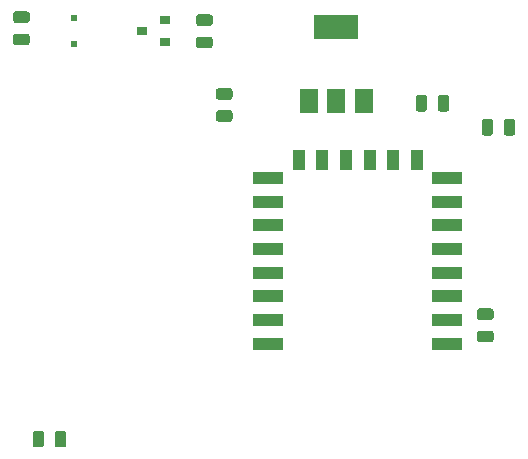
<source format=gbr>
G04 #@! TF.GenerationSoftware,KiCad,Pcbnew,5.1.5+dfsg1-2build2*
G04 #@! TF.CreationDate,2021-03-10T23:59:30+01:00*
G04 #@! TF.ProjectId,iotOnOff,696f744f-6e4f-4666-962e-6b696361645f,rev?*
G04 #@! TF.SameCoordinates,Original*
G04 #@! TF.FileFunction,Paste,Top*
G04 #@! TF.FilePolarity,Positive*
%FSLAX46Y46*%
G04 Gerber Fmt 4.6, Leading zero omitted, Abs format (unit mm)*
G04 Created by KiCad (PCBNEW 5.1.5+dfsg1-2build2) date 2021-03-10 23:59:30*
%MOMM*%
%LPD*%
G04 APERTURE LIST*
%ADD10R,2.500000X1.000000*%
%ADD11R,1.000000X1.800000*%
%ADD12C,0.100000*%
%ADD13R,0.900000X0.800000*%
%ADD14R,1.500000X2.000000*%
%ADD15R,3.800000X2.000000*%
%ADD16R,0.500000X0.500000*%
G04 APERTURE END LIST*
D10*
X156000000Y-100100000D03*
X156000000Y-98100000D03*
X156000000Y-96100000D03*
X156000000Y-94100000D03*
X156000000Y-92100000D03*
X156000000Y-90100000D03*
X156000000Y-88100000D03*
X156000000Y-86100000D03*
D11*
X158600000Y-84600000D03*
X160600000Y-84600000D03*
X162600000Y-84600000D03*
X164600000Y-84600000D03*
X166600000Y-84600000D03*
X168600000Y-84600000D03*
D10*
X171200000Y-86100000D03*
X171200000Y-88100000D03*
X171200000Y-90100000D03*
X171200000Y-92100000D03*
X171200000Y-94100000D03*
X171200000Y-96100000D03*
X171200000Y-98100000D03*
X171200000Y-100100000D03*
D12*
G36*
X174880142Y-99003174D02*
G01*
X174903803Y-99006684D01*
X174927007Y-99012496D01*
X174949529Y-99020554D01*
X174971153Y-99030782D01*
X174991670Y-99043079D01*
X175010883Y-99057329D01*
X175028607Y-99073393D01*
X175044671Y-99091117D01*
X175058921Y-99110330D01*
X175071218Y-99130847D01*
X175081446Y-99152471D01*
X175089504Y-99174993D01*
X175095316Y-99198197D01*
X175098826Y-99221858D01*
X175100000Y-99245750D01*
X175100000Y-99733250D01*
X175098826Y-99757142D01*
X175095316Y-99780803D01*
X175089504Y-99804007D01*
X175081446Y-99826529D01*
X175071218Y-99848153D01*
X175058921Y-99868670D01*
X175044671Y-99887883D01*
X175028607Y-99905607D01*
X175010883Y-99921671D01*
X174991670Y-99935921D01*
X174971153Y-99948218D01*
X174949529Y-99958446D01*
X174927007Y-99966504D01*
X174903803Y-99972316D01*
X174880142Y-99975826D01*
X174856250Y-99977000D01*
X173943750Y-99977000D01*
X173919858Y-99975826D01*
X173896197Y-99972316D01*
X173872993Y-99966504D01*
X173850471Y-99958446D01*
X173828847Y-99948218D01*
X173808330Y-99935921D01*
X173789117Y-99921671D01*
X173771393Y-99905607D01*
X173755329Y-99887883D01*
X173741079Y-99868670D01*
X173728782Y-99848153D01*
X173718554Y-99826529D01*
X173710496Y-99804007D01*
X173704684Y-99780803D01*
X173701174Y-99757142D01*
X173700000Y-99733250D01*
X173700000Y-99245750D01*
X173701174Y-99221858D01*
X173704684Y-99198197D01*
X173710496Y-99174993D01*
X173718554Y-99152471D01*
X173728782Y-99130847D01*
X173741079Y-99110330D01*
X173755329Y-99091117D01*
X173771393Y-99073393D01*
X173789117Y-99057329D01*
X173808330Y-99043079D01*
X173828847Y-99030782D01*
X173850471Y-99020554D01*
X173872993Y-99012496D01*
X173896197Y-99006684D01*
X173919858Y-99003174D01*
X173943750Y-99002000D01*
X174856250Y-99002000D01*
X174880142Y-99003174D01*
G37*
G36*
X174880142Y-97128174D02*
G01*
X174903803Y-97131684D01*
X174927007Y-97137496D01*
X174949529Y-97145554D01*
X174971153Y-97155782D01*
X174991670Y-97168079D01*
X175010883Y-97182329D01*
X175028607Y-97198393D01*
X175044671Y-97216117D01*
X175058921Y-97235330D01*
X175071218Y-97255847D01*
X175081446Y-97277471D01*
X175089504Y-97299993D01*
X175095316Y-97323197D01*
X175098826Y-97346858D01*
X175100000Y-97370750D01*
X175100000Y-97858250D01*
X175098826Y-97882142D01*
X175095316Y-97905803D01*
X175089504Y-97929007D01*
X175081446Y-97951529D01*
X175071218Y-97973153D01*
X175058921Y-97993670D01*
X175044671Y-98012883D01*
X175028607Y-98030607D01*
X175010883Y-98046671D01*
X174991670Y-98060921D01*
X174971153Y-98073218D01*
X174949529Y-98083446D01*
X174927007Y-98091504D01*
X174903803Y-98097316D01*
X174880142Y-98100826D01*
X174856250Y-98102000D01*
X173943750Y-98102000D01*
X173919858Y-98100826D01*
X173896197Y-98097316D01*
X173872993Y-98091504D01*
X173850471Y-98083446D01*
X173828847Y-98073218D01*
X173808330Y-98060921D01*
X173789117Y-98046671D01*
X173771393Y-98030607D01*
X173755329Y-98012883D01*
X173741079Y-97993670D01*
X173728782Y-97973153D01*
X173718554Y-97951529D01*
X173710496Y-97929007D01*
X173704684Y-97905803D01*
X173701174Y-97882142D01*
X173700000Y-97858250D01*
X173700000Y-97370750D01*
X173701174Y-97346858D01*
X173704684Y-97323197D01*
X173710496Y-97299993D01*
X173718554Y-97277471D01*
X173728782Y-97255847D01*
X173741079Y-97235330D01*
X173755329Y-97216117D01*
X173771393Y-97198393D01*
X173789117Y-97182329D01*
X173808330Y-97168079D01*
X173828847Y-97155782D01*
X173850471Y-97145554D01*
X173872993Y-97137496D01*
X173896197Y-97131684D01*
X173919858Y-97128174D01*
X173943750Y-97127000D01*
X174856250Y-97127000D01*
X174880142Y-97128174D01*
G37*
D13*
X147304000Y-74610000D03*
X147304000Y-72710000D03*
X145304000Y-73660000D03*
D14*
X159498000Y-79604000D03*
X164098000Y-79604000D03*
X161798000Y-79604000D03*
D15*
X161798000Y-73304000D03*
D12*
G36*
X171131142Y-79057174D02*
G01*
X171154803Y-79060684D01*
X171178007Y-79066496D01*
X171200529Y-79074554D01*
X171222153Y-79084782D01*
X171242670Y-79097079D01*
X171261883Y-79111329D01*
X171279607Y-79127393D01*
X171295671Y-79145117D01*
X171309921Y-79164330D01*
X171322218Y-79184847D01*
X171332446Y-79206471D01*
X171340504Y-79228993D01*
X171346316Y-79252197D01*
X171349826Y-79275858D01*
X171351000Y-79299750D01*
X171351000Y-80212250D01*
X171349826Y-80236142D01*
X171346316Y-80259803D01*
X171340504Y-80283007D01*
X171332446Y-80305529D01*
X171322218Y-80327153D01*
X171309921Y-80347670D01*
X171295671Y-80366883D01*
X171279607Y-80384607D01*
X171261883Y-80400671D01*
X171242670Y-80414921D01*
X171222153Y-80427218D01*
X171200529Y-80437446D01*
X171178007Y-80445504D01*
X171154803Y-80451316D01*
X171131142Y-80454826D01*
X171107250Y-80456000D01*
X170619750Y-80456000D01*
X170595858Y-80454826D01*
X170572197Y-80451316D01*
X170548993Y-80445504D01*
X170526471Y-80437446D01*
X170504847Y-80427218D01*
X170484330Y-80414921D01*
X170465117Y-80400671D01*
X170447393Y-80384607D01*
X170431329Y-80366883D01*
X170417079Y-80347670D01*
X170404782Y-80327153D01*
X170394554Y-80305529D01*
X170386496Y-80283007D01*
X170380684Y-80259803D01*
X170377174Y-80236142D01*
X170376000Y-80212250D01*
X170376000Y-79299750D01*
X170377174Y-79275858D01*
X170380684Y-79252197D01*
X170386496Y-79228993D01*
X170394554Y-79206471D01*
X170404782Y-79184847D01*
X170417079Y-79164330D01*
X170431329Y-79145117D01*
X170447393Y-79127393D01*
X170465117Y-79111329D01*
X170484330Y-79097079D01*
X170504847Y-79084782D01*
X170526471Y-79074554D01*
X170548993Y-79066496D01*
X170572197Y-79060684D01*
X170595858Y-79057174D01*
X170619750Y-79056000D01*
X171107250Y-79056000D01*
X171131142Y-79057174D01*
G37*
G36*
X169256142Y-79057174D02*
G01*
X169279803Y-79060684D01*
X169303007Y-79066496D01*
X169325529Y-79074554D01*
X169347153Y-79084782D01*
X169367670Y-79097079D01*
X169386883Y-79111329D01*
X169404607Y-79127393D01*
X169420671Y-79145117D01*
X169434921Y-79164330D01*
X169447218Y-79184847D01*
X169457446Y-79206471D01*
X169465504Y-79228993D01*
X169471316Y-79252197D01*
X169474826Y-79275858D01*
X169476000Y-79299750D01*
X169476000Y-80212250D01*
X169474826Y-80236142D01*
X169471316Y-80259803D01*
X169465504Y-80283007D01*
X169457446Y-80305529D01*
X169447218Y-80327153D01*
X169434921Y-80347670D01*
X169420671Y-80366883D01*
X169404607Y-80384607D01*
X169386883Y-80400671D01*
X169367670Y-80414921D01*
X169347153Y-80427218D01*
X169325529Y-80437446D01*
X169303007Y-80445504D01*
X169279803Y-80451316D01*
X169256142Y-80454826D01*
X169232250Y-80456000D01*
X168744750Y-80456000D01*
X168720858Y-80454826D01*
X168697197Y-80451316D01*
X168673993Y-80445504D01*
X168651471Y-80437446D01*
X168629847Y-80427218D01*
X168609330Y-80414921D01*
X168590117Y-80400671D01*
X168572393Y-80384607D01*
X168556329Y-80366883D01*
X168542079Y-80347670D01*
X168529782Y-80327153D01*
X168519554Y-80305529D01*
X168511496Y-80283007D01*
X168505684Y-80259803D01*
X168502174Y-80236142D01*
X168501000Y-80212250D01*
X168501000Y-79299750D01*
X168502174Y-79275858D01*
X168505684Y-79252197D01*
X168511496Y-79228993D01*
X168519554Y-79206471D01*
X168529782Y-79184847D01*
X168542079Y-79164330D01*
X168556329Y-79145117D01*
X168572393Y-79127393D01*
X168590117Y-79111329D01*
X168609330Y-79097079D01*
X168629847Y-79084782D01*
X168651471Y-79074554D01*
X168673993Y-79066496D01*
X168697197Y-79060684D01*
X168720858Y-79057174D01*
X168744750Y-79056000D01*
X169232250Y-79056000D01*
X169256142Y-79057174D01*
G37*
G36*
X151102142Y-74111174D02*
G01*
X151125803Y-74114684D01*
X151149007Y-74120496D01*
X151171529Y-74128554D01*
X151193153Y-74138782D01*
X151213670Y-74151079D01*
X151232883Y-74165329D01*
X151250607Y-74181393D01*
X151266671Y-74199117D01*
X151280921Y-74218330D01*
X151293218Y-74238847D01*
X151303446Y-74260471D01*
X151311504Y-74282993D01*
X151317316Y-74306197D01*
X151320826Y-74329858D01*
X151322000Y-74353750D01*
X151322000Y-74841250D01*
X151320826Y-74865142D01*
X151317316Y-74888803D01*
X151311504Y-74912007D01*
X151303446Y-74934529D01*
X151293218Y-74956153D01*
X151280921Y-74976670D01*
X151266671Y-74995883D01*
X151250607Y-75013607D01*
X151232883Y-75029671D01*
X151213670Y-75043921D01*
X151193153Y-75056218D01*
X151171529Y-75066446D01*
X151149007Y-75074504D01*
X151125803Y-75080316D01*
X151102142Y-75083826D01*
X151078250Y-75085000D01*
X150165750Y-75085000D01*
X150141858Y-75083826D01*
X150118197Y-75080316D01*
X150094993Y-75074504D01*
X150072471Y-75066446D01*
X150050847Y-75056218D01*
X150030330Y-75043921D01*
X150011117Y-75029671D01*
X149993393Y-75013607D01*
X149977329Y-74995883D01*
X149963079Y-74976670D01*
X149950782Y-74956153D01*
X149940554Y-74934529D01*
X149932496Y-74912007D01*
X149926684Y-74888803D01*
X149923174Y-74865142D01*
X149922000Y-74841250D01*
X149922000Y-74353750D01*
X149923174Y-74329858D01*
X149926684Y-74306197D01*
X149932496Y-74282993D01*
X149940554Y-74260471D01*
X149950782Y-74238847D01*
X149963079Y-74218330D01*
X149977329Y-74199117D01*
X149993393Y-74181393D01*
X150011117Y-74165329D01*
X150030330Y-74151079D01*
X150050847Y-74138782D01*
X150072471Y-74128554D01*
X150094993Y-74120496D01*
X150118197Y-74114684D01*
X150141858Y-74111174D01*
X150165750Y-74110000D01*
X151078250Y-74110000D01*
X151102142Y-74111174D01*
G37*
G36*
X151102142Y-72236174D02*
G01*
X151125803Y-72239684D01*
X151149007Y-72245496D01*
X151171529Y-72253554D01*
X151193153Y-72263782D01*
X151213670Y-72276079D01*
X151232883Y-72290329D01*
X151250607Y-72306393D01*
X151266671Y-72324117D01*
X151280921Y-72343330D01*
X151293218Y-72363847D01*
X151303446Y-72385471D01*
X151311504Y-72407993D01*
X151317316Y-72431197D01*
X151320826Y-72454858D01*
X151322000Y-72478750D01*
X151322000Y-72966250D01*
X151320826Y-72990142D01*
X151317316Y-73013803D01*
X151311504Y-73037007D01*
X151303446Y-73059529D01*
X151293218Y-73081153D01*
X151280921Y-73101670D01*
X151266671Y-73120883D01*
X151250607Y-73138607D01*
X151232883Y-73154671D01*
X151213670Y-73168921D01*
X151193153Y-73181218D01*
X151171529Y-73191446D01*
X151149007Y-73199504D01*
X151125803Y-73205316D01*
X151102142Y-73208826D01*
X151078250Y-73210000D01*
X150165750Y-73210000D01*
X150141858Y-73208826D01*
X150118197Y-73205316D01*
X150094993Y-73199504D01*
X150072471Y-73191446D01*
X150050847Y-73181218D01*
X150030330Y-73168921D01*
X150011117Y-73154671D01*
X149993393Y-73138607D01*
X149977329Y-73120883D01*
X149963079Y-73101670D01*
X149950782Y-73081153D01*
X149940554Y-73059529D01*
X149932496Y-73037007D01*
X149926684Y-73013803D01*
X149923174Y-72990142D01*
X149922000Y-72966250D01*
X149922000Y-72478750D01*
X149923174Y-72454858D01*
X149926684Y-72431197D01*
X149932496Y-72407993D01*
X149940554Y-72385471D01*
X149950782Y-72363847D01*
X149963079Y-72343330D01*
X149977329Y-72324117D01*
X149993393Y-72306393D01*
X150011117Y-72290329D01*
X150030330Y-72276079D01*
X150050847Y-72263782D01*
X150072471Y-72253554D01*
X150094993Y-72245496D01*
X150118197Y-72239684D01*
X150141858Y-72236174D01*
X150165750Y-72235000D01*
X151078250Y-72235000D01*
X151102142Y-72236174D01*
G37*
G36*
X176719142Y-81089174D02*
G01*
X176742803Y-81092684D01*
X176766007Y-81098496D01*
X176788529Y-81106554D01*
X176810153Y-81116782D01*
X176830670Y-81129079D01*
X176849883Y-81143329D01*
X176867607Y-81159393D01*
X176883671Y-81177117D01*
X176897921Y-81196330D01*
X176910218Y-81216847D01*
X176920446Y-81238471D01*
X176928504Y-81260993D01*
X176934316Y-81284197D01*
X176937826Y-81307858D01*
X176939000Y-81331750D01*
X176939000Y-82244250D01*
X176937826Y-82268142D01*
X176934316Y-82291803D01*
X176928504Y-82315007D01*
X176920446Y-82337529D01*
X176910218Y-82359153D01*
X176897921Y-82379670D01*
X176883671Y-82398883D01*
X176867607Y-82416607D01*
X176849883Y-82432671D01*
X176830670Y-82446921D01*
X176810153Y-82459218D01*
X176788529Y-82469446D01*
X176766007Y-82477504D01*
X176742803Y-82483316D01*
X176719142Y-82486826D01*
X176695250Y-82488000D01*
X176207750Y-82488000D01*
X176183858Y-82486826D01*
X176160197Y-82483316D01*
X176136993Y-82477504D01*
X176114471Y-82469446D01*
X176092847Y-82459218D01*
X176072330Y-82446921D01*
X176053117Y-82432671D01*
X176035393Y-82416607D01*
X176019329Y-82398883D01*
X176005079Y-82379670D01*
X175992782Y-82359153D01*
X175982554Y-82337529D01*
X175974496Y-82315007D01*
X175968684Y-82291803D01*
X175965174Y-82268142D01*
X175964000Y-82244250D01*
X175964000Y-81331750D01*
X175965174Y-81307858D01*
X175968684Y-81284197D01*
X175974496Y-81260993D01*
X175982554Y-81238471D01*
X175992782Y-81216847D01*
X176005079Y-81196330D01*
X176019329Y-81177117D01*
X176035393Y-81159393D01*
X176053117Y-81143329D01*
X176072330Y-81129079D01*
X176092847Y-81116782D01*
X176114471Y-81106554D01*
X176136993Y-81098496D01*
X176160197Y-81092684D01*
X176183858Y-81089174D01*
X176207750Y-81088000D01*
X176695250Y-81088000D01*
X176719142Y-81089174D01*
G37*
G36*
X174844142Y-81089174D02*
G01*
X174867803Y-81092684D01*
X174891007Y-81098496D01*
X174913529Y-81106554D01*
X174935153Y-81116782D01*
X174955670Y-81129079D01*
X174974883Y-81143329D01*
X174992607Y-81159393D01*
X175008671Y-81177117D01*
X175022921Y-81196330D01*
X175035218Y-81216847D01*
X175045446Y-81238471D01*
X175053504Y-81260993D01*
X175059316Y-81284197D01*
X175062826Y-81307858D01*
X175064000Y-81331750D01*
X175064000Y-82244250D01*
X175062826Y-82268142D01*
X175059316Y-82291803D01*
X175053504Y-82315007D01*
X175045446Y-82337529D01*
X175035218Y-82359153D01*
X175022921Y-82379670D01*
X175008671Y-82398883D01*
X174992607Y-82416607D01*
X174974883Y-82432671D01*
X174955670Y-82446921D01*
X174935153Y-82459218D01*
X174913529Y-82469446D01*
X174891007Y-82477504D01*
X174867803Y-82483316D01*
X174844142Y-82486826D01*
X174820250Y-82488000D01*
X174332750Y-82488000D01*
X174308858Y-82486826D01*
X174285197Y-82483316D01*
X174261993Y-82477504D01*
X174239471Y-82469446D01*
X174217847Y-82459218D01*
X174197330Y-82446921D01*
X174178117Y-82432671D01*
X174160393Y-82416607D01*
X174144329Y-82398883D01*
X174130079Y-82379670D01*
X174117782Y-82359153D01*
X174107554Y-82337529D01*
X174099496Y-82315007D01*
X174093684Y-82291803D01*
X174090174Y-82268142D01*
X174089000Y-82244250D01*
X174089000Y-81331750D01*
X174090174Y-81307858D01*
X174093684Y-81284197D01*
X174099496Y-81260993D01*
X174107554Y-81238471D01*
X174117782Y-81216847D01*
X174130079Y-81196330D01*
X174144329Y-81177117D01*
X174160393Y-81159393D01*
X174178117Y-81143329D01*
X174197330Y-81129079D01*
X174217847Y-81116782D01*
X174239471Y-81106554D01*
X174261993Y-81098496D01*
X174285197Y-81092684D01*
X174308858Y-81089174D01*
X174332750Y-81088000D01*
X174820250Y-81088000D01*
X174844142Y-81089174D01*
G37*
G36*
X138705142Y-107501174D02*
G01*
X138728803Y-107504684D01*
X138752007Y-107510496D01*
X138774529Y-107518554D01*
X138796153Y-107528782D01*
X138816670Y-107541079D01*
X138835883Y-107555329D01*
X138853607Y-107571393D01*
X138869671Y-107589117D01*
X138883921Y-107608330D01*
X138896218Y-107628847D01*
X138906446Y-107650471D01*
X138914504Y-107672993D01*
X138920316Y-107696197D01*
X138923826Y-107719858D01*
X138925000Y-107743750D01*
X138925000Y-108656250D01*
X138923826Y-108680142D01*
X138920316Y-108703803D01*
X138914504Y-108727007D01*
X138906446Y-108749529D01*
X138896218Y-108771153D01*
X138883921Y-108791670D01*
X138869671Y-108810883D01*
X138853607Y-108828607D01*
X138835883Y-108844671D01*
X138816670Y-108858921D01*
X138796153Y-108871218D01*
X138774529Y-108881446D01*
X138752007Y-108889504D01*
X138728803Y-108895316D01*
X138705142Y-108898826D01*
X138681250Y-108900000D01*
X138193750Y-108900000D01*
X138169858Y-108898826D01*
X138146197Y-108895316D01*
X138122993Y-108889504D01*
X138100471Y-108881446D01*
X138078847Y-108871218D01*
X138058330Y-108858921D01*
X138039117Y-108844671D01*
X138021393Y-108828607D01*
X138005329Y-108810883D01*
X137991079Y-108791670D01*
X137978782Y-108771153D01*
X137968554Y-108749529D01*
X137960496Y-108727007D01*
X137954684Y-108703803D01*
X137951174Y-108680142D01*
X137950000Y-108656250D01*
X137950000Y-107743750D01*
X137951174Y-107719858D01*
X137954684Y-107696197D01*
X137960496Y-107672993D01*
X137968554Y-107650471D01*
X137978782Y-107628847D01*
X137991079Y-107608330D01*
X138005329Y-107589117D01*
X138021393Y-107571393D01*
X138039117Y-107555329D01*
X138058330Y-107541079D01*
X138078847Y-107528782D01*
X138100471Y-107518554D01*
X138122993Y-107510496D01*
X138146197Y-107504684D01*
X138169858Y-107501174D01*
X138193750Y-107500000D01*
X138681250Y-107500000D01*
X138705142Y-107501174D01*
G37*
G36*
X136830142Y-107501174D02*
G01*
X136853803Y-107504684D01*
X136877007Y-107510496D01*
X136899529Y-107518554D01*
X136921153Y-107528782D01*
X136941670Y-107541079D01*
X136960883Y-107555329D01*
X136978607Y-107571393D01*
X136994671Y-107589117D01*
X137008921Y-107608330D01*
X137021218Y-107628847D01*
X137031446Y-107650471D01*
X137039504Y-107672993D01*
X137045316Y-107696197D01*
X137048826Y-107719858D01*
X137050000Y-107743750D01*
X137050000Y-108656250D01*
X137048826Y-108680142D01*
X137045316Y-108703803D01*
X137039504Y-108727007D01*
X137031446Y-108749529D01*
X137021218Y-108771153D01*
X137008921Y-108791670D01*
X136994671Y-108810883D01*
X136978607Y-108828607D01*
X136960883Y-108844671D01*
X136941670Y-108858921D01*
X136921153Y-108871218D01*
X136899529Y-108881446D01*
X136877007Y-108889504D01*
X136853803Y-108895316D01*
X136830142Y-108898826D01*
X136806250Y-108900000D01*
X136318750Y-108900000D01*
X136294858Y-108898826D01*
X136271197Y-108895316D01*
X136247993Y-108889504D01*
X136225471Y-108881446D01*
X136203847Y-108871218D01*
X136183330Y-108858921D01*
X136164117Y-108844671D01*
X136146393Y-108828607D01*
X136130329Y-108810883D01*
X136116079Y-108791670D01*
X136103782Y-108771153D01*
X136093554Y-108749529D01*
X136085496Y-108727007D01*
X136079684Y-108703803D01*
X136076174Y-108680142D01*
X136075000Y-108656250D01*
X136075000Y-107743750D01*
X136076174Y-107719858D01*
X136079684Y-107696197D01*
X136085496Y-107672993D01*
X136093554Y-107650471D01*
X136103782Y-107628847D01*
X136116079Y-107608330D01*
X136130329Y-107589117D01*
X136146393Y-107571393D01*
X136164117Y-107555329D01*
X136183330Y-107541079D01*
X136203847Y-107528782D01*
X136225471Y-107518554D01*
X136247993Y-107510496D01*
X136271197Y-107504684D01*
X136294858Y-107501174D01*
X136318750Y-107500000D01*
X136806250Y-107500000D01*
X136830142Y-107501174D01*
G37*
D16*
X139600000Y-74700000D03*
X139600000Y-72500000D03*
D12*
G36*
X152780142Y-80351174D02*
G01*
X152803803Y-80354684D01*
X152827007Y-80360496D01*
X152849529Y-80368554D01*
X152871153Y-80378782D01*
X152891670Y-80391079D01*
X152910883Y-80405329D01*
X152928607Y-80421393D01*
X152944671Y-80439117D01*
X152958921Y-80458330D01*
X152971218Y-80478847D01*
X152981446Y-80500471D01*
X152989504Y-80522993D01*
X152995316Y-80546197D01*
X152998826Y-80569858D01*
X153000000Y-80593750D01*
X153000000Y-81081250D01*
X152998826Y-81105142D01*
X152995316Y-81128803D01*
X152989504Y-81152007D01*
X152981446Y-81174529D01*
X152971218Y-81196153D01*
X152958921Y-81216670D01*
X152944671Y-81235883D01*
X152928607Y-81253607D01*
X152910883Y-81269671D01*
X152891670Y-81283921D01*
X152871153Y-81296218D01*
X152849529Y-81306446D01*
X152827007Y-81314504D01*
X152803803Y-81320316D01*
X152780142Y-81323826D01*
X152756250Y-81325000D01*
X151843750Y-81325000D01*
X151819858Y-81323826D01*
X151796197Y-81320316D01*
X151772993Y-81314504D01*
X151750471Y-81306446D01*
X151728847Y-81296218D01*
X151708330Y-81283921D01*
X151689117Y-81269671D01*
X151671393Y-81253607D01*
X151655329Y-81235883D01*
X151641079Y-81216670D01*
X151628782Y-81196153D01*
X151618554Y-81174529D01*
X151610496Y-81152007D01*
X151604684Y-81128803D01*
X151601174Y-81105142D01*
X151600000Y-81081250D01*
X151600000Y-80593750D01*
X151601174Y-80569858D01*
X151604684Y-80546197D01*
X151610496Y-80522993D01*
X151618554Y-80500471D01*
X151628782Y-80478847D01*
X151641079Y-80458330D01*
X151655329Y-80439117D01*
X151671393Y-80421393D01*
X151689117Y-80405329D01*
X151708330Y-80391079D01*
X151728847Y-80378782D01*
X151750471Y-80368554D01*
X151772993Y-80360496D01*
X151796197Y-80354684D01*
X151819858Y-80351174D01*
X151843750Y-80350000D01*
X152756250Y-80350000D01*
X152780142Y-80351174D01*
G37*
G36*
X152780142Y-78476174D02*
G01*
X152803803Y-78479684D01*
X152827007Y-78485496D01*
X152849529Y-78493554D01*
X152871153Y-78503782D01*
X152891670Y-78516079D01*
X152910883Y-78530329D01*
X152928607Y-78546393D01*
X152944671Y-78564117D01*
X152958921Y-78583330D01*
X152971218Y-78603847D01*
X152981446Y-78625471D01*
X152989504Y-78647993D01*
X152995316Y-78671197D01*
X152998826Y-78694858D01*
X153000000Y-78718750D01*
X153000000Y-79206250D01*
X152998826Y-79230142D01*
X152995316Y-79253803D01*
X152989504Y-79277007D01*
X152981446Y-79299529D01*
X152971218Y-79321153D01*
X152958921Y-79341670D01*
X152944671Y-79360883D01*
X152928607Y-79378607D01*
X152910883Y-79394671D01*
X152891670Y-79408921D01*
X152871153Y-79421218D01*
X152849529Y-79431446D01*
X152827007Y-79439504D01*
X152803803Y-79445316D01*
X152780142Y-79448826D01*
X152756250Y-79450000D01*
X151843750Y-79450000D01*
X151819858Y-79448826D01*
X151796197Y-79445316D01*
X151772993Y-79439504D01*
X151750471Y-79431446D01*
X151728847Y-79421218D01*
X151708330Y-79408921D01*
X151689117Y-79394671D01*
X151671393Y-79378607D01*
X151655329Y-79360883D01*
X151641079Y-79341670D01*
X151628782Y-79321153D01*
X151618554Y-79299529D01*
X151610496Y-79277007D01*
X151604684Y-79253803D01*
X151601174Y-79230142D01*
X151600000Y-79206250D01*
X151600000Y-78718750D01*
X151601174Y-78694858D01*
X151604684Y-78671197D01*
X151610496Y-78647993D01*
X151618554Y-78625471D01*
X151628782Y-78603847D01*
X151641079Y-78583330D01*
X151655329Y-78564117D01*
X151671393Y-78546393D01*
X151689117Y-78530329D01*
X151708330Y-78516079D01*
X151728847Y-78503782D01*
X151750471Y-78493554D01*
X151772993Y-78485496D01*
X151796197Y-78479684D01*
X151819858Y-78476174D01*
X151843750Y-78475000D01*
X152756250Y-78475000D01*
X152780142Y-78476174D01*
G37*
G36*
X135608142Y-71982174D02*
G01*
X135631803Y-71985684D01*
X135655007Y-71991496D01*
X135677529Y-71999554D01*
X135699153Y-72009782D01*
X135719670Y-72022079D01*
X135738883Y-72036329D01*
X135756607Y-72052393D01*
X135772671Y-72070117D01*
X135786921Y-72089330D01*
X135799218Y-72109847D01*
X135809446Y-72131471D01*
X135817504Y-72153993D01*
X135823316Y-72177197D01*
X135826826Y-72200858D01*
X135828000Y-72224750D01*
X135828000Y-72712250D01*
X135826826Y-72736142D01*
X135823316Y-72759803D01*
X135817504Y-72783007D01*
X135809446Y-72805529D01*
X135799218Y-72827153D01*
X135786921Y-72847670D01*
X135772671Y-72866883D01*
X135756607Y-72884607D01*
X135738883Y-72900671D01*
X135719670Y-72914921D01*
X135699153Y-72927218D01*
X135677529Y-72937446D01*
X135655007Y-72945504D01*
X135631803Y-72951316D01*
X135608142Y-72954826D01*
X135584250Y-72956000D01*
X134671750Y-72956000D01*
X134647858Y-72954826D01*
X134624197Y-72951316D01*
X134600993Y-72945504D01*
X134578471Y-72937446D01*
X134556847Y-72927218D01*
X134536330Y-72914921D01*
X134517117Y-72900671D01*
X134499393Y-72884607D01*
X134483329Y-72866883D01*
X134469079Y-72847670D01*
X134456782Y-72827153D01*
X134446554Y-72805529D01*
X134438496Y-72783007D01*
X134432684Y-72759803D01*
X134429174Y-72736142D01*
X134428000Y-72712250D01*
X134428000Y-72224750D01*
X134429174Y-72200858D01*
X134432684Y-72177197D01*
X134438496Y-72153993D01*
X134446554Y-72131471D01*
X134456782Y-72109847D01*
X134469079Y-72089330D01*
X134483329Y-72070117D01*
X134499393Y-72052393D01*
X134517117Y-72036329D01*
X134536330Y-72022079D01*
X134556847Y-72009782D01*
X134578471Y-71999554D01*
X134600993Y-71991496D01*
X134624197Y-71985684D01*
X134647858Y-71982174D01*
X134671750Y-71981000D01*
X135584250Y-71981000D01*
X135608142Y-71982174D01*
G37*
G36*
X135608142Y-73857174D02*
G01*
X135631803Y-73860684D01*
X135655007Y-73866496D01*
X135677529Y-73874554D01*
X135699153Y-73884782D01*
X135719670Y-73897079D01*
X135738883Y-73911329D01*
X135756607Y-73927393D01*
X135772671Y-73945117D01*
X135786921Y-73964330D01*
X135799218Y-73984847D01*
X135809446Y-74006471D01*
X135817504Y-74028993D01*
X135823316Y-74052197D01*
X135826826Y-74075858D01*
X135828000Y-74099750D01*
X135828000Y-74587250D01*
X135826826Y-74611142D01*
X135823316Y-74634803D01*
X135817504Y-74658007D01*
X135809446Y-74680529D01*
X135799218Y-74702153D01*
X135786921Y-74722670D01*
X135772671Y-74741883D01*
X135756607Y-74759607D01*
X135738883Y-74775671D01*
X135719670Y-74789921D01*
X135699153Y-74802218D01*
X135677529Y-74812446D01*
X135655007Y-74820504D01*
X135631803Y-74826316D01*
X135608142Y-74829826D01*
X135584250Y-74831000D01*
X134671750Y-74831000D01*
X134647858Y-74829826D01*
X134624197Y-74826316D01*
X134600993Y-74820504D01*
X134578471Y-74812446D01*
X134556847Y-74802218D01*
X134536330Y-74789921D01*
X134517117Y-74775671D01*
X134499393Y-74759607D01*
X134483329Y-74741883D01*
X134469079Y-74722670D01*
X134456782Y-74702153D01*
X134446554Y-74680529D01*
X134438496Y-74658007D01*
X134432684Y-74634803D01*
X134429174Y-74611142D01*
X134428000Y-74587250D01*
X134428000Y-74099750D01*
X134429174Y-74075858D01*
X134432684Y-74052197D01*
X134438496Y-74028993D01*
X134446554Y-74006471D01*
X134456782Y-73984847D01*
X134469079Y-73964330D01*
X134483329Y-73945117D01*
X134499393Y-73927393D01*
X134517117Y-73911329D01*
X134536330Y-73897079D01*
X134556847Y-73884782D01*
X134578471Y-73874554D01*
X134600993Y-73866496D01*
X134624197Y-73860684D01*
X134647858Y-73857174D01*
X134671750Y-73856000D01*
X135584250Y-73856000D01*
X135608142Y-73857174D01*
G37*
M02*

</source>
